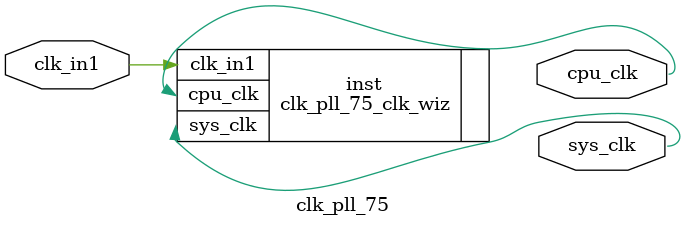
<source format=v>


`timescale 1ps/1ps

(* CORE_GENERATION_INFO = "clk_pll_75,clk_wiz_v6_0_4_0_0,{component_name=clk_pll_75,use_phase_alignment=true,use_min_o_jitter=false,use_max_i_jitter=false,use_dyn_phase_shift=false,use_inclk_switchover=false,use_dyn_reconfig=false,enable_axi=0,feedback_source=FDBK_AUTO,PRIMITIVE=PLL,num_out_clk=2,clkin1_period=10.000,clkin2_period=10.000,use_power_down=false,use_reset=false,use_locked=false,use_inclk_stopped=false,feedback_type=SINGLE,CLOCK_MGR_TYPE=NA,manual_override=false}" *)

module clk_pll_75 
 (
  // Clock out ports
  output        cpu_clk,
  output        sys_clk,
 // Clock in ports
  input         clk_in1
 );

  clk_pll_75_clk_wiz inst
  (
  // Clock out ports  
  .cpu_clk(cpu_clk),
  .sys_clk(sys_clk),
 // Clock in ports
  .clk_in1(clk_in1)
  );

endmodule

</source>
